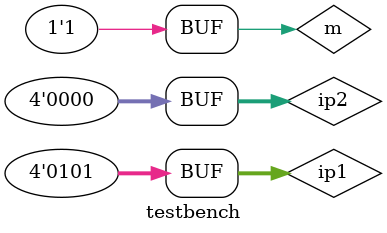
<source format=v>
`include "addsub.v"
module testbench;
	reg m;
	reg [3:0] ip1,ip2;
	wire [3:0] val;
	wire v,cout;
	addsub as1(cout,val,v,ip1,ip2,m);
	initial
	begin
		$monitor("v=%b, cout=%b, val=%b, ip1=%b,ip2=%b,m=%b",v,cout,val,ip1,ip2,m);
		#0 m=1'b0;ip1=4'b0101;ip2=4'b1010;
		#5 m=1'b0;ip1=4'b1111;ip2=4'b0001;
		#5 m=1'b1;ip1=4'b1111;ip2=4'b0001;
		#5 m=1'b1;ip1=4'b0101;ip2=4'b0000;
	end
endmodule
</source>
